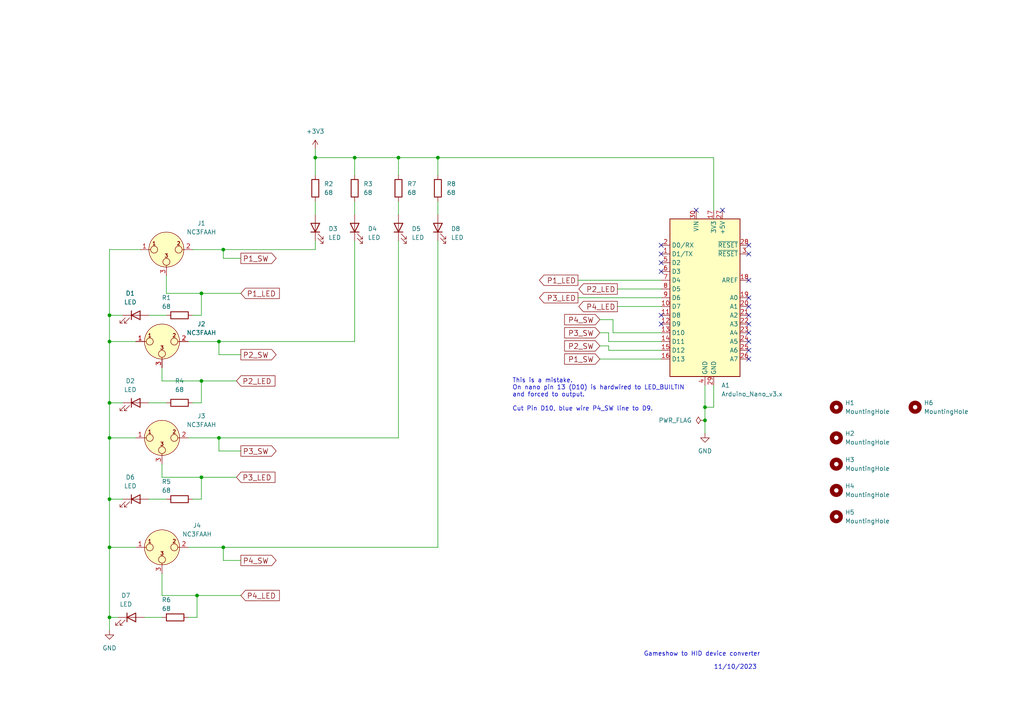
<source format=kicad_sch>
(kicad_sch (version 20230121) (generator eeschema)
  (paper "A4")
  (lib_symbols
    (symbol "Connector_Audio:NC3FAAH" (pin_names hide)
      (property "Reference" "J" (at 0 8.89 0))
      (property "Value" "NC3FAAH" (at 0 6.35 0))
      (symbol "NC3FAAH_0_1"
        (circle (center -3.556 0) (radius 1.016))
        (circle (center 0 -3.556) (radius 1.016))
        (polyline (pts (xy -5.08 0) (xy -4.572 0)))
        (polyline (pts (xy 0 -5.08) (xy 0 -4.572)))
        (polyline (pts (xy 5.08 0) (xy 4.572 0)))
        (circle (center 0 0) (radius 5.08) (fill (type background)))
        (circle (center 3.556 0) (radius 1.016))
        (text "1" (at -3.556 1.778 0) (effects (font (size 1.016 1.016) bold)))
        (text "2" (at 3.556 1.778 0) (effects (font (size 1.016 1.016) bold)))
        (text "3" (at 0 -1.778 0) (effects (font (size 1.016 1.016) bold)))
        (pin passive line (at -7.62 0 0) (length 2.54) (name "~") (number "1"))
        (pin passive line (at 7.62 0 180) (length 2.54) (name "~") (number "2"))
        (pin passive line (at 0 -7.62 90) (length 2.54) (name "~") (number "3"))
      )
    )
    (symbol "Device:LED" (pin_numbers hide) (pin_names (offset 1.016) hide)
      (property "Reference" "D" (at 0 2.54 0))
      (property "Value" "LED" (at 0 -2.54 0))
      (symbol "LED_0_1"
        (polyline (pts (xy -1.27 -1.27) (xy -1.27 1.27)) (stroke (width 0.254)))
        (polyline (pts (xy -1.27 0) (xy 1.27 0)))
        (polyline (pts (xy 1.27 -1.27) (xy 1.27 1.27) (xy -1.27 0) (xy 1.27 -1.27)) (stroke (width 0.254)))
        (polyline (pts (xy -3.048 -0.762) (xy -4.572 -2.286) (xy -3.81 -2.286) (xy -4.572 -2.286) (xy -4.572 -1.524)))
        (polyline (pts (xy -1.778 -0.762) (xy -3.302 -2.286) (xy -2.54 -2.286) (xy -3.302 -2.286) (xy -3.302 -1.524)))
      )
      (symbol "LED_1_1"
        (pin passive line (at -3.81 0 0) (length 2.54) (name "K") (number "1"))
        (pin passive line (at 3.81 0 180) (length 2.54) (name "A") (number "2"))
      )
    )
    (symbol "Device:R" (pin_numbers hide) (pin_names (offset 0))
      (property "Reference" "R" (at 2.032 0 90))
      (property "Value" "R" (at 0 0 90))
      (symbol "R_0_1"
        (rectangle (start -1.016 -2.54) (end 1.016 2.54) (stroke (width 0.254)))
      )
      (symbol "R_1_1"
        (pin passive line (at 0 3.81 270) (length 1.27) (name "~") (number "1"))
        (pin passive line (at 0 -3.81 90) (length 1.27) (name "~") (number "2"))
      )
    )
    (symbol "MCU_Module:Arduino_Nano_v3.x"
      (property "Reference" "A" (at -10.16 23.495 0))
      (property "Value" "Arduino_Nano_v3.x" (at 5.08 -24.13 0))
      (symbol "Arduino_Nano_v3.x_0_1"
        (rectangle (start -10.16 22.86) (end 10.16 -22.86) (stroke (width 0.254)) (fill (type background)))
      )
      (symbol "Arduino_Nano_v3.x_1_1"
        (pin bidirectional line (at -12.7 12.7 0) (length 2.54) (name "D1/TX") (number "1"))
        (pin bidirectional line (at -12.7 -2.54 0) (length 2.54) (name "D7") (number "10"))
        (pin bidirectional line (at -12.7 -5.08 0) (length 2.54) (name "D8") (number "11"))
        (pin bidirectional line (at -12.7 -7.62 0) (length 2.54) (name "D9") (number "12"))
        (pin bidirectional line (at -12.7 -10.16 0) (length 2.54) (name "D10") (number "13"))
        (pin bidirectional line (at -12.7 -12.7 0) (length 2.54) (name "D11") (number "14"))
        (pin bidirectional line (at -12.7 -15.24 0) (length 2.54) (name "D12") (number "15"))
        (pin bidirectional line (at -12.7 -17.78 0) (length 2.54) (name "D13") (number "16"))
        (pin power_out line (at 2.54 25.4 270) (length 2.54) (name "3V3") (number "17"))
        (pin input line (at 12.7 5.08 180) (length 2.54) (name "AREF") (number "18"))
        (pin bidirectional line (at 12.7 0 180) (length 2.54) (name "A0") (number "19"))
        (pin bidirectional line (at -12.7 15.24 0) (length 2.54) (name "D0/RX") (number "2"))
        (pin bidirectional line (at 12.7 -2.54 180) (length 2.54) (name "A1") (number "20"))
        (pin bidirectional line (at 12.7 -5.08 180) (length 2.54) (name "A2") (number "21"))
        (pin bidirectional line (at 12.7 -7.62 180) (length 2.54) (name "A3") (number "22"))
        (pin bidirectional line (at 12.7 -10.16 180) (length 2.54) (name "A4") (number "23"))
        (pin bidirectional line (at 12.7 -12.7 180) (length 2.54) (name "A5") (number "24"))
        (pin bidirectional line (at 12.7 -15.24 180) (length 2.54) (name "A6") (number "25"))
        (pin bidirectional line (at 12.7 -17.78 180) (length 2.54) (name "A7") (number "26"))
        (pin power_out line (at 5.08 25.4 270) (length 2.54) (name "+5V") (number "27"))
        (pin input line (at 12.7 15.24 180) (length 2.54) (name "~{RESET}") (number "28"))
        (pin power_in line (at 2.54 -25.4 90) (length 2.54) (name "GND") (number "29"))
        (pin input line (at 12.7 12.7 180) (length 2.54) (name "~{RESET}") (number "3"))
        (pin power_in line (at -2.54 25.4 270) (length 2.54) (name "VIN") (number "30"))
        (pin power_in line (at 0 -25.4 90) (length 2.54) (name "GND") (number "4"))
        (pin bidirectional line (at -12.7 10.16 0) (length 2.54) (name "D2") (number "5"))
        (pin bidirectional line (at -12.7 7.62 0) (length 2.54) (name "D3") (number "6"))
        (pin bidirectional line (at -12.7 5.08 0) (length 2.54) (name "D4") (number "7"))
        (pin bidirectional line (at -12.7 2.54 0) (length 2.54) (name "D5") (number "8"))
        (pin bidirectional line (at -12.7 0 0) (length 2.54) (name "D6") (number "9"))
      )
    )
    (symbol "Mechanical:MountingHole" (pin_names (offset 1.016))
      (property "Reference" "H" (at 0 5.08 0))
      (property "Value" "MountingHole" (at 0 3.175 0))
      (symbol "MountingHole_0_1"
        (circle (center 0 0) (radius 1.27) (stroke (width 1.27)))
      )
    )
    (symbol "power:+3V3" (power) (pin_names (offset 0))
      (property "Value" "+3V3" (at 0 3.556 0))
      (symbol "+3V3_0_1"
        (polyline (pts (xy -0.762 1.27) (xy 0 2.54)))
        (polyline (pts (xy 0 0) (xy 0 2.54)))
        (polyline (pts (xy 0 2.54) (xy 0.762 1.27)))
      )
      (symbol "+3V3_1_1"
        (pin power_in line (at 0 0 90) (length 0) hide (name "+3V3") (number "1"))
      )
    )
    (symbol "power:GND" (power) (pin_names (offset 0))
      (property "Value" "GND" (at 0 -3.81 0))
      (symbol "GND_0_1"
        (polyline (pts (xy 0 0) (xy 0 -1.27) (xy 1.27 -1.27) (xy 0 -2.54) (xy -1.27 -1.27) (xy 0 -1.27)))
      )
      (symbol "GND_1_1"
        (pin power_in line (at 0 0 270) (length 0) hide (name "GND") (number "1"))
      )
    )
    (symbol "power:PWR_FLAG" (power) (pin_numbers hide) (pin_names (offset 0) hide)
      (property "Value" "PWR_FLAG" (at 0 3.81 0))
      (symbol "PWR_FLAG_0_0"
        (pin power_out line (at 0 0 90) (length 0) (name "pwr") (number "1"))
      )
      (symbol "PWR_FLAG_0_1"
        (polyline (pts (xy 0 0) (xy 0 1.27) (xy -1.016 1.905) (xy 0 2.54) (xy 1.016 1.905) (xy 0 1.27)))
      )
    )
  )
  (junction (at 31.75 91.44))
  (junction (at 31.75 127))
  (junction (at 204.47 121.92))
  (junction (at 58.42 85.09))
  (junction (at 31.75 99.06))
  (junction (at 58.42 110.49))
  (junction (at 64.77 158.75))
  (junction (at 31.75 144.78))
  (junction (at 127 45.72))
  (junction (at 57.15 172.72))
  (junction (at 58.42 138.43))
  (junction (at 63.5 127))
  (junction (at 31.75 116.84))
  (junction (at 102.87 45.72))
  (junction (at 31.75 158.75))
  (junction (at 204.47 118.11))
  (junction (at 64.77 72.39))
  (junction (at 115.57 45.72))
  (junction (at 91.44 45.72))
  (junction (at 31.75 179.07))
  (junction (at 63.5 99.06))
  (no_connect (at 217.17 91.44))
  (no_connect (at 191.77 73.66))
  (no_connect (at 191.77 93.98))
  (no_connect (at 201.93 60.96))
  (no_connect (at 191.77 76.2))
  (no_connect (at 217.17 96.52))
  (no_connect (at 217.17 86.36))
  (no_connect (at 191.77 78.74))
  (no_connect (at 217.17 93.98))
  (no_connect (at 209.55 60.96))
  (no_connect (at 191.77 91.44))
  (no_connect (at 217.17 71.12))
  (no_connect (at 217.17 99.06))
  (no_connect (at 217.17 81.28))
  (no_connect (at 217.17 73.66))
  (no_connect (at 217.17 88.9))
  (no_connect (at 217.17 101.6))
  (no_connect (at 217.17 104.14))
  (no_connect (at 191.77 71.12))
  (wire (pts (xy 35.56 116.84) (xy 31.75 116.84)))
  (wire (pts (xy 69.85 85.09) (xy 58.42 85.09)))
  (wire (pts (xy 31.75 127) (xy 31.75 144.78)))
  (wire (pts (xy 31.75 72.39) (xy 40.64 72.39)))
  (wire (pts (xy 35.56 144.78) (xy 31.75 144.78)))
  (wire (pts (xy 64.77 72.39) (xy 91.44 72.39)))
  (wire (pts (xy 102.87 45.72) (xy 102.87 50.8)))
  (wire (pts (xy 31.75 91.44) (xy 31.75 99.06)))
  (wire (pts (xy 31.75 72.39) (xy 31.75 91.44)))
  (wire (pts (xy 58.42 85.09) (xy 58.42 91.44)))
  (wire (pts (xy 63.5 130.81) (xy 63.5 127)))
  (wire (pts (xy 127 58.42) (xy 127 62.23)))
  (wire (pts (xy 115.57 45.72) (xy 127 45.72)))
  (wire (pts (xy 207.01 118.11) (xy 204.47 118.11)))
  (wire (pts (xy 91.44 45.72) (xy 91.44 50.8)))
  (wire (pts (xy 63.5 102.87) (xy 63.5 99.06)))
  (wire (pts (xy 31.75 158.75) (xy 39.37 158.75)))
  (wire (pts (xy 127 45.72) (xy 207.01 45.72)))
  (wire (pts (xy 31.75 99.06) (xy 39.37 99.06)))
  (wire (pts (xy 46.99 172.72) (xy 57.15 172.72)))
  (wire (pts (xy 91.44 58.42) (xy 91.44 62.23)))
  (wire (pts (xy 63.5 99.06) (xy 102.87 99.06)))
  (wire (pts (xy 58.42 110.49) (xy 58.42 116.84)))
  (wire (pts (xy 127 45.72) (xy 127 50.8)))
  (wire (pts (xy 48.26 144.78) (xy 43.18 144.78)))
  (wire (pts (xy 115.57 127) (xy 115.57 69.85)))
  (wire (pts (xy 91.44 45.72) (xy 102.87 45.72)))
  (wire (pts (xy 58.42 138.43) (xy 58.42 144.78)))
  (wire (pts (xy 176.53 100.33) (xy 173.99 100.33)))
  (wire (pts (xy 58.42 144.78) (xy 55.88 144.78)))
  (wire (pts (xy 207.01 111.76) (xy 207.01 118.11)))
  (wire (pts (xy 204.47 118.11) (xy 204.47 121.92)))
  (wire (pts (xy 191.77 83.82) (xy 179.07 83.82)))
  (wire (pts (xy 115.57 58.42) (xy 115.57 62.23)))
  (wire (pts (xy 55.88 72.39) (xy 64.77 72.39)))
  (wire (pts (xy 58.42 85.09) (xy 48.26 85.09)))
  (wire (pts (xy 191.77 101.6) (xy 176.53 101.6)))
  (wire (pts (xy 91.44 43.18) (xy 91.44 45.72)))
  (wire (pts (xy 54.61 127) (xy 63.5 127)))
  (wire (pts (xy 64.77 74.93) (xy 64.77 72.39)))
  (wire (pts (xy 48.26 116.84) (xy 43.18 116.84)))
  (wire (pts (xy 54.61 99.06) (xy 63.5 99.06)))
  (wire (pts (xy 204.47 121.92) (xy 204.47 125.73)))
  (wire (pts (xy 57.15 179.07) (xy 54.61 179.07)))
  (wire (pts (xy 31.75 144.78) (xy 31.75 158.75)))
  (wire (pts (xy 54.61 158.75) (xy 64.77 158.75)))
  (wire (pts (xy 57.15 172.72) (xy 69.85 172.72)))
  (wire (pts (xy 102.87 45.72) (xy 115.57 45.72)))
  (wire (pts (xy 102.87 99.06) (xy 102.87 69.85)))
  (wire (pts (xy 31.75 127) (xy 39.37 127)))
  (wire (pts (xy 46.99 166.37) (xy 46.99 172.72)))
  (wire (pts (xy 191.77 104.14) (xy 173.99 104.14)))
  (wire (pts (xy 46.99 179.07) (xy 41.91 179.07)))
  (wire (pts (xy 46.99 138.43) (xy 58.42 138.43)))
  (wire (pts (xy 176.53 101.6) (xy 176.53 100.33)))
  (wire (pts (xy 31.75 116.84) (xy 31.75 127)))
  (wire (pts (xy 46.99 110.49) (xy 58.42 110.49)))
  (wire (pts (xy 58.42 138.43) (xy 68.58 138.43)))
  (wire (pts (xy 46.99 106.68) (xy 46.99 110.49)))
  (wire (pts (xy 191.77 96.52) (xy 177.8 96.52)))
  (wire (pts (xy 46.99 134.62) (xy 46.99 138.43)))
  (wire (pts (xy 31.75 99.06) (xy 31.75 116.84)))
  (wire (pts (xy 191.77 99.06) (xy 176.53 99.06)))
  (wire (pts (xy 64.77 158.75) (xy 127 158.75)))
  (wire (pts (xy 69.85 74.93) (xy 64.77 74.93)))
  (wire (pts (xy 102.87 58.42) (xy 102.87 62.23)))
  (wire (pts (xy 176.53 96.52) (xy 173.99 96.52)))
  (wire (pts (xy 69.85 102.87) (xy 63.5 102.87)))
  (wire (pts (xy 177.8 92.71) (xy 173.99 92.71)))
  (wire (pts (xy 48.26 85.09) (xy 48.26 80.01)))
  (wire (pts (xy 57.15 172.72) (xy 57.15 179.07)))
  (wire (pts (xy 204.47 111.76) (xy 204.47 118.11)))
  (wire (pts (xy 69.85 162.56) (xy 64.77 162.56)))
  (wire (pts (xy 58.42 91.44) (xy 55.88 91.44)))
  (wire (pts (xy 31.75 179.07) (xy 31.75 182.88)))
  (wire (pts (xy 34.29 179.07) (xy 31.75 179.07)))
  (wire (pts (xy 115.57 45.72) (xy 115.57 50.8)))
  (wire (pts (xy 91.44 72.39) (xy 91.44 69.85)))
  (wire (pts (xy 35.56 91.44) (xy 31.75 91.44)))
  (wire (pts (xy 58.42 116.84) (xy 55.88 116.84)))
  (wire (pts (xy 31.75 158.75) (xy 31.75 179.07)))
  (wire (pts (xy 167.64 81.28) (xy 191.77 81.28)))
  (wire (pts (xy 176.53 99.06) (xy 176.53 96.52)))
  (wire (pts (xy 179.07 88.9) (xy 191.77 88.9)))
  (wire (pts (xy 64.77 162.56) (xy 64.77 158.75)))
  (wire (pts (xy 127 158.75) (xy 127 69.85)))
  (wire (pts (xy 58.42 110.49) (xy 68.58 110.49)))
  (wire (pts (xy 69.85 130.81) (xy 63.5 130.81)))
  (wire (pts (xy 207.01 45.72) (xy 207.01 60.96)))
  (wire (pts (xy 177.8 96.52) (xy 177.8 92.71)))
  (wire (pts (xy 167.64 86.36) (xy 191.77 86.36)))
  (wire (pts (xy 63.5 127) (xy 115.57 127)))
  (wire (pts (xy 48.26 91.44) (xy 43.18 91.44)))
  (text "11/10/2023" (at 207.01 194.31 0) (effects (font (size 1.27 1.27)) (justify left bottom)))
  (text "This is a mistake.\nOn nano pin 13 (D10) is hardwired to LED_BUILTIN\nand forced to output.\n\nCut Pin D10, blue wire P4_SW line to D9.\n" (at 148.59 119.38 0) (effects (font (size 1.27 1.27)) (justify left bottom)))
  (text "Gameshow to HID device converter" (at 186.69 190.5 0) (effects (font (size 1.27 1.27)) (justify left bottom)))
  (global_label "P1_SW" (shape input) (at 173.99 104.14 180) (effects (font (size 1.524 1.524))) (property "Intersheetrefs" "${INTERSHEET_REFS}" (effects hide)))
  (global_label "P1_LED" (shape output) (at 167.64 81.28 180) (effects (font (size 1.524 1.524))) (property "Intersheetrefs" "${INTERSHEET_REFS}" (effects hide)))
  (global_label "P4_LED" (shape output) (at 179.07 88.9 180) (effects (font (size 1.524 1.524))) (property "Intersheetrefs" "${INTERSHEET_REFS}" (effects hide)))
  (global_label "P4_LED" (shape input) (at 69.85 172.72 0) (effects (font (size 1.524 1.524))) (property "Intersheetrefs" "${INTERSHEET_REFS}" (effects hide)))
  (global_label "P3_LED" (shape output) (at 167.64 86.36 180) (effects (font (size 1.524 1.524))) (property "Intersheetrefs" "${INTERSHEET_REFS}" (effects hide)))
  (global_label "P1_LED" (shape input) (at 69.85 85.09 0) (effects (font (size 1.524 1.524))) (property "Intersheetrefs" "${INTERSHEET_REFS}" (effects hide)))
  (global_label "P2_LED" (shape output) (at 179.07 83.82 180) (effects (font (size 1.524 1.524))) (property "Intersheetrefs" "${INTERSHEET_REFS}" (effects hide)))
  (global_label "P3_SW" (shape input) (at 173.99 96.52 180) (effects (font (size 1.524 1.524))) (property "Intersheetrefs" "${INTERSHEET_REFS}" (effects hide)))
  (global_label "P4_SW" (shape output) (at 69.85 162.56 0) (effects (font (size 1.524 1.524))) (property "Intersheetrefs" "${INTERSHEET_REFS}" (effects hide)))
  (global_label "P2_SW" (shape input) (at 173.99 100.33 180) (effects (font (size 1.524 1.524))) (property "Intersheetrefs" "${INTERSHEET_REFS}" (effects hide)))
  (global_label "P2_SW" (shape output) (at 69.85 102.87 0) (effects (font (size 1.524 1.524))) (property "Intersheetrefs" "${INTERSHEET_REFS}" (effects hide)))
  (global_label "P3_SW" (shape output) (at 69.85 130.81 0) (effects (font (size 1.524 1.524))) (property "Intersheetrefs" "${INTERSHEET_REFS}" (effects hide)))
  (global_label "P1_SW" (shape output) (at 69.85 74.93 0) (effects (font (size 1.524 1.524))) (property "Intersheetrefs" "${INTERSHEET_REFS}" (effects hide)))
  (global_label "P2_LED" (shape input) (at 68.58 110.49 0) (effects (font (size 1.524 1.524))) (property "Intersheetrefs" "${INTERSHEET_REFS}" (effects hide)))
  (global_label "P4_SW" (shape input) (at 173.99 92.71 180) (effects (font (size 1.524 1.524))) (property "Intersheetrefs" "${INTERSHEET_REFS}" (effects hide)))
  (global_label "P3_LED" (shape input) (at 68.58 138.43 0) (effects (font (size 1.524 1.524))) (property "Intersheetrefs" "${INTERSHEET_REFS}" (effects hide)))
  (symbol (lib_id "Mechanical:MountingHole") (at 242.57 142.24 0) (unit 1)
    (property "Reference" "H4" (at 245.11 140.97 0) (effects (justify left)))
    (property "Value" "MountingHole" (at 245.11 143.51 0) (effects (justify left)))
    (property "Footprint" "MountingHole:MountingHole_3.2mm_M3" (effects hide))
  )
  (symbol (lib_id "Mechanical:MountingHole") (at 242.57 134.62 0) (unit 1)
    (property "Reference" "H3" (at 245.11 133.35 0) (effects (justify left)))
    (property "Value" "MountingHole" (at 245.11 135.89 0) (effects (justify left)))
    (property "Footprint" "MountingHole:MountingHole_3.2mm_M3" (effects hide))
  )
  (symbol (lib_id "Device:R") (at 102.87 54.61 0) (unit 1)
    (property "Reference" "R3" (at 105.41 53.34 0) (effects (justify left)))
    (property "Value" "68" (at 105.41 55.88 0) (effects (justify left)))
    (property "Footprint" "Resistor_SMD:R_0805_2012Metric" (effects hide))
  )
  (symbol (lib_id "MCU_Module:Arduino_Nano_v3.x") (at 204.47 86.36 0) (unit 1)
    (property "Reference" "A1" (at 209.2041 111.76 0) (effects (justify left)))
    (property "Value" "Arduino_Nano_v3.x" (at 209.2041 114.3 0) (effects (justify left)))
    (property "Footprint" "Module:Arduino_Nano" (effects hide))
    (property "Datasheet" "http://www.mouser.com/pdfdocs/Gravitech_Arduino_Nano3_0.pdf" (effects hide))
  )
  (symbol (lib_id "Mechanical:MountingHole") (at 242.57 127 0) (unit 1)
    (property "Reference" "H2" (at 245.11 125.73 0) (effects (justify left)))
    (property "Value" "MountingHole" (at 245.11 128.27 0) (effects (justify left)))
    (property "Footprint" "MountingHole:MountingHole_3.2mm_M3" (effects hide))
  )
  (symbol (lib_id "power:PWR_FLAG") (at 204.47 121.92 90) (unit 1)
    (property "Reference" "#FLG01" (effects hide))
    (property "Value" "PWR_FLAG" (at 200.66 121.92 90) (effects (justify left)))
  )
  (symbol (lib_id "Connector_Audio:NC3FAAH") (at 46.99 99.06 0) (unit 1)
    (property "Reference" "J2" (at 58.42 93.98 0))
    (property "Value" "NC3FAAH" (at 58.42 96.52 0))
    (property "Footprint" "Connector_Audio:Jack_XLR_Neutrik_NC3FAAH_Horizontal" (effects hide))
    (property "Datasheet" "https://www.neutrik.com/en/product/nc3faah" (effects hide))
  )
  (symbol (lib_id "Mechanical:MountingHole") (at 242.57 118.11 0) (unit 1)
    (property "Reference" "H1" (at 245.11 116.84 0) (effects (justify left)))
    (property "Value" "MountingHole" (at 245.11 119.38 0) (effects (justify left)))
    (property "Footprint" "MountingHole:MountingHole_3.2mm_M3" (effects hide))
  )
  (symbol (lib_id "Device:LED") (at 39.37 91.44 0) (unit 1)
    (property "Reference" "D1" (at 37.7825 85.09 0))
    (property "Value" "LED" (at 37.7825 87.63 0))
    (property "Footprint" "LED_SMD:LED_0805_2012Metric" (effects hide))
  )
  (symbol (lib_id "Connector_Audio:NC3FAAH") (at 46.99 127 0) (unit 1)
    (property "Reference" "J3" (at 58.42 120.65 0))
    (property "Value" "NC3FAAH" (at 58.42 123.19 0))
    (property "Footprint" "Connector_Audio:Jack_XLR_Neutrik_NC3FAAH_Horizontal" (effects hide))
    (property "Datasheet" "https://www.neutrik.com/en/product/nc3faah" (effects hide))
  )
  (symbol (lib_id "Device:LED") (at 91.44 66.04 90) (unit 1)
    (property "Reference" "D3" (at 95.25 66.3575 90) (effects (justify right)))
    (property "Value" "LED" (at 95.25 68.8975 90) (effects (justify right)))
    (property "Footprint" "LED_SMD:LED_0805_2012Metric" (effects hide))
  )
  (symbol (lib_id "Connector_Audio:NC3FAAH") (at 46.99 158.75 0) (unit 1)
    (property "Reference" "J4" (at 57.15 152.4 0))
    (property "Value" "NC3FAAH" (at 57.15 154.94 0))
    (property "Footprint" "Connector_Audio:Jack_XLR_Neutrik_NC3FAAH_Horizontal" (effects hide))
    (property "Datasheet" "https://www.neutrik.com/en/product/nc3faah" (effects hide))
  )
  (symbol (lib_id "Device:LED") (at 127 66.04 90) (unit 1)
    (property "Reference" "D8" (at 130.81 66.3575 90) (effects (justify right)))
    (property "Value" "LED" (at 130.81 68.8975 90) (effects (justify right)))
    (property "Footprint" "LED_SMD:LED_0805_2012Metric" (effects hide))
  )
  (symbol (lib_id "Device:R") (at 52.07 91.44 90) (unit 1)
    (property "Reference" "R1" (at 48.26 86.36 90))
    (property "Value" "68" (at 48.26 88.9 90))
    (property "Footprint" "Resistor_SMD:R_0805_2012Metric" (effects hide))
  )
  (symbol (lib_id "power:GND") (at 204.47 125.73 0) (unit 1)
    (property "Reference" "#PWR04" (effects hide))
    (property "Value" "GND" (at 204.47 130.81 0))
  )
  (symbol (lib_id "Device:R") (at 115.57 54.61 0) (unit 1)
    (property "Reference" "R7" (at 118.11 53.34 0) (effects (justify left)))
    (property "Value" "68" (at 118.11 55.88 0) (effects (justify left)))
    (property "Footprint" "Resistor_SMD:R_0805_2012Metric" (effects hide))
  )
  (symbol (lib_id "Device:LED") (at 39.37 144.78 0) (unit 1)
    (property "Reference" "D6" (at 37.7825 138.43 0))
    (property "Value" "LED" (at 37.7825 140.97 0))
    (property "Footprint" "LED_SMD:LED_0805_2012Metric" (effects hide))
  )
  (symbol (lib_id "Connector_Audio:NC3FAAH") (at 48.26 72.39 0) (unit 1)
    (property "Reference" "J1" (at 58.42 64.77 0))
    (property "Value" "NC3FAAH" (at 58.42 67.31 0))
    (property "Footprint" "Connector_Audio:Jack_XLR_Neutrik_NC3FAAH_Horizontal" (effects hide))
    (property "Datasheet" "https://www.neutrik.com/en/product/nc3faah" (effects hide))
  )
  (symbol (lib_id "Device:LED") (at 38.1 179.07 0) (unit 1)
    (property "Reference" "D7" (at 36.5125 172.72 0))
    (property "Value" "LED" (at 36.5125 175.26 0))
    (property "Footprint" "LED_SMD:LED_0805_2012Metric" (effects hide))
  )
  (symbol (lib_id "Device:LED") (at 102.87 66.04 90) (unit 1)
    (property "Reference" "D4" (at 106.68 66.3575 90) (effects (justify right)))
    (property "Value" "LED" (at 106.68 68.8975 90) (effects (justify right)))
    (property "Footprint" "LED_SMD:LED_0805_2012Metric" (effects hide))
  )
  (symbol (lib_id "Device:R") (at 127 54.61 0) (unit 1)
    (property "Reference" "R8" (at 129.54 53.34 0) (effects (justify left)))
    (property "Value" "68" (at 129.54 55.88 0) (effects (justify left)))
    (property "Footprint" "Resistor_SMD:R_0805_2012Metric" (effects hide))
  )
  (symbol (lib_id "Mechanical:MountingHole") (at 265.43 118.11 0) (unit 1)
    (property "Reference" "H6" (at 267.97 116.84 0) (effects (justify left)))
    (property "Value" "MountingHole" (at 267.97 119.38 0) (effects (justify left)))
    (property "Footprint" "MountingHole:MountingHole_3.2mm_M3" (effects hide))
  )
  (symbol (lib_id "Device:R") (at 52.07 144.78 90) (unit 1)
    (property "Reference" "R5" (at 48.26 139.7 90))
    (property "Value" "68" (at 48.26 142.24 90))
    (property "Footprint" "Resistor_SMD:R_0805_2012Metric" (effects hide))
  )
  (symbol (lib_id "Mechanical:MountingHole") (at 242.57 149.86 0) (unit 1)
    (property "Reference" "H5" (at 245.11 148.59 0) (effects (justify left)))
    (property "Value" "MountingHole" (at 245.11 151.13 0) (effects (justify left)))
    (property "Footprint" "MountingHole:MountingHole_3.2mm_M3" (effects hide))
  )
  (symbol (lib_id "Device:R") (at 52.07 116.84 90) (unit 1)
    (property "Reference" "R4" (at 52.07 110.49 90))
    (property "Value" "68" (at 52.07 113.03 90))
    (property "Footprint" "Resistor_SMD:R_0805_2012Metric" (effects hide))
  )
  (symbol (lib_id "power:+3V3") (at 91.44 43.18 0) (unit 1)
    (property "Reference" "#PWR02" (effects hide))
    (property "Value" "+3V3" (at 91.44 38.1 0))
  )
  (symbol (lib_id "Device:LED") (at 39.37 116.84 0) (unit 1)
    (property "Reference" "D2" (at 37.7825 110.49 0))
    (property "Value" "LED" (at 37.7825 113.03 0))
    (property "Footprint" "LED_SMD:LED_0805_2012Metric" (effects hide))
  )
  (symbol (lib_id "Device:LED") (at 115.57 66.04 90) (unit 1)
    (property "Reference" "D5" (at 119.38 66.3575 90) (effects (justify right)))
    (property "Value" "LED" (at 119.38 68.8975 90) (effects (justify right)))
    (property "Footprint" "LED_SMD:LED_0805_2012Metric" (effects hide))
  )
  (symbol (lib_id "Device:R") (at 91.44 54.61 0) (unit 1)
    (property "Reference" "R2" (at 93.98 53.34 0) (effects (justify left)))
    (property "Value" "68" (at 93.98 55.88 0) (effects (justify left)))
    (property "Footprint" "Resistor_SMD:R_0805_2012Metric" (effects hide))
  )
  (symbol (lib_id "Device:R") (at 50.8 179.07 90) (unit 1)
    (property "Reference" "R6" (at 48.26 173.99 90))
    (property "Value" "68" (at 48.26 176.53 90))
    (property "Footprint" "Resistor_SMD:R_0805_2012Metric" (effects hide))
  )
  (symbol (lib_id "power:GND") (at 31.75 182.88 0) (unit 1)
    (property "Reference" "#PWR01" (effects hide))
    (property "Value" "GND" (at 31.75 187.96 0))
  )
)
</source>
